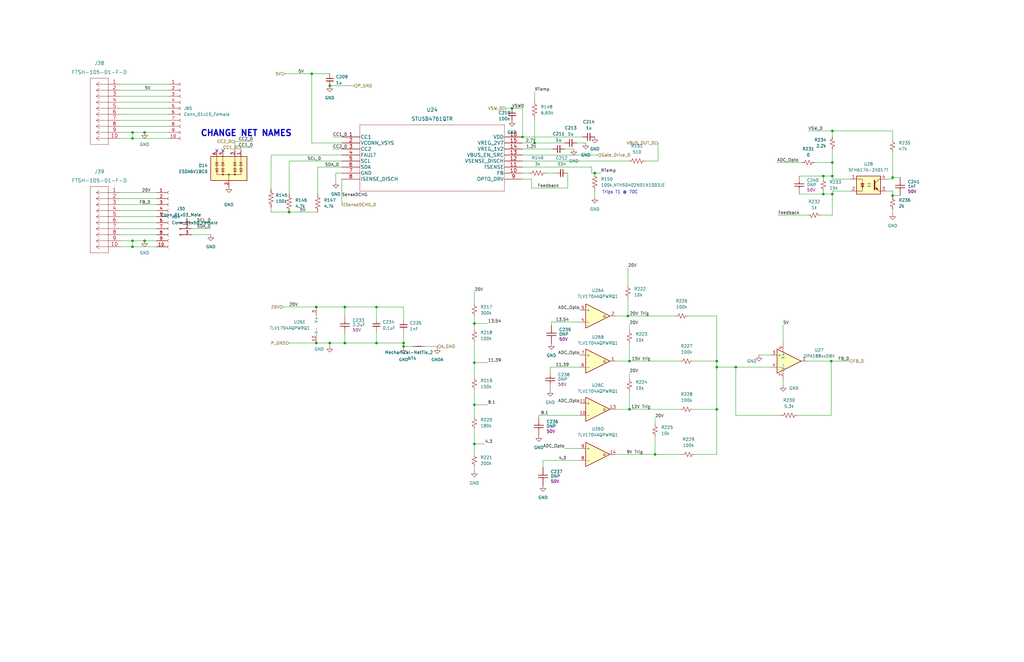
<source format=kicad_sch>
(kicad_sch (version 20230121) (generator eeschema)
  (paper "B")
  (lib_symbols
    (symbol "Amplifier_Operational:OPA188xxDBV" (pin_names (offset 0.127))
      (property "Reference" "U" (at 0 5.08 0))
      (property "Value" "OPA188xxDBV" (at 0 -5.08 0))
      (symbol "OPA188xxDBV_0_1"
        (pin power_in line (at -2.54 -7.62 90) (length 3.81) (name "V-") (number "2"))
        (pin power_in line (at -2.54 7.62 270) (length 3.81) (name "V+") (number "5"))
      )
      (symbol "OPA188xxDBV_1_1"
        (pin output line (at 7.62 0 180) (length 2.54) (name "~") (number "1"))
        (pin input line (at -7.62 2.54 0) (length 2.54) (name "+") (number "3"))
        (pin input line (at -7.62 -2.54 0) (length 2.54) (name "-") (number "4"))
      )
    )
    (symbol "BCU_AltiumImport-altium-import:0_Cap"
      (property "Value" "0_Cap" (at 0 0 0))
      (symbol "0_Cap_1_0"
        (pin passive line (at 0 0 270) (length 2.54) (name "1") (number "1"))
        (pin passive line (at 0 -7.62 90) (length 2.54) (name "2") (number "2"))
      )
    )
    (symbol "Comparator:LM339" (pin_names (offset 0.127))
      (property "Reference" "U" (at 0 5.08 0))
      (property "Value" "LM339" (at 0 -5.08 0))
      (symbol "LM339_1_1"
        (pin open_collector line (at 7.62 0 180) (length 2.54) (name "~") (number "2"))
        (pin input line (at -7.62 -2.54 0) (length 2.54) (name "-") (number "4"))
        (pin input line (at -7.62 2.54 0) (length 2.54) (name "+") (number "5"))
      )
      (symbol "LM339_2_1"
        (pin open_collector line (at 7.62 0 180) (length 2.54) (name "~") (number "1"))
        (pin input line (at -7.62 -2.54 0) (length 2.54) (name "-") (number "6"))
        (pin input line (at -7.62 2.54 0) (length 2.54) (name "+") (number "7"))
      )
      (symbol "LM339_3_1"
        (pin input line (at -7.62 -2.54 0) (length 2.54) (name "-") (number "10"))
        (pin input line (at -7.62 2.54 0) (length 2.54) (name "+") (number "11"))
        (pin open_collector line (at 7.62 0 180) (length 2.54) (name "~") (number "13"))
      )
      (symbol "LM339_4_1"
        (pin open_collector line (at 7.62 0 180) (length 2.54) (name "~") (number "14"))
        (pin input line (at -7.62 -2.54 0) (length 2.54) (name "-") (number "8"))
        (pin input line (at -7.62 2.54 0) (length 2.54) (name "+") (number "9"))
      )
      (symbol "LM339_5_1"
        (pin power_in line (at -2.54 -7.62 90) (length 3.81) (name "V-") (number "12"))
        (pin power_in line (at -2.54 7.62 270) (length 3.81) (name "V+") (number "3"))
      )
    )
    (symbol "Connector:Conn_01x03_Male" (pin_names (offset 1.016) hide)
      (property "Reference" "J" (at 0 5.08 0))
      (property "Value" "Conn_01x03_Male" (at 0 -5.08 0))
      (symbol "Conn_01x03_Male_1_1"
        (pin passive line (at 5.08 2.54 180) (length 3.81) (name "Pin_1") (number "1"))
        (pin passive line (at 5.08 0 180) (length 3.81) (name "Pin_2") (number "2"))
        (pin passive line (at 5.08 -2.54 180) (length 3.81) (name "Pin_3") (number "3"))
      )
    )
    (symbol "Connector:Conn_01x10_Female" (pin_names (offset 1.016) hide)
      (property "Reference" "J" (at 0 12.7 0))
      (property "Value" "Conn_01x10_Female" (at 0 -15.24 0))
      (symbol "Conn_01x10_Female_1_1"
        (pin passive line (at -5.08 10.16 0) (length 3.81) (name "Pin_1") (number "1"))
        (pin passive line (at -5.08 -12.7 0) (length 3.81) (name "Pin_10") (number "10"))
        (pin passive line (at -5.08 7.62 0) (length 3.81) (name "Pin_2") (number "2"))
        (pin passive line (at -5.08 5.08 0) (length 3.81) (name "Pin_3") (number "3"))
        (pin passive line (at -5.08 2.54 0) (length 3.81) (name "Pin_4") (number "4"))
        (pin passive line (at -5.08 0 0) (length 3.81) (name "Pin_5") (number "5"))
        (pin passive line (at -5.08 -2.54 0) (length 3.81) (name "Pin_6") (number "6"))
        (pin passive line (at -5.08 -5.08 0) (length 3.81) (name "Pin_7") (number "7"))
        (pin passive line (at -5.08 -7.62 0) (length 3.81) (name "Pin_8") (number "8"))
        (pin passive line (at -5.08 -10.16 0) (length 3.81) (name "Pin_9") (number "9"))
      )
    )
    (symbol "Connector:FTSH-105-01-F-D" (pin_names (offset 0.254) hide)
      (property "Reference" "J?" (at 8.89 6.35 0))
      (property "Value" "FTSH-105-01-F-D" (at 26.67 -6.35 0))
      (symbol "FTSH-105-01-F-D_1_1"
        (pin unspecified line (at 0 0 0) (length 5.08) (name "1") (number "1"))
        (pin unspecified line (at 0 -22.86 0) (length 5.08) (name "10") (number "10"))
        (pin unspecified line (at 0 -2.54 0) (length 5.08) (name "2") (number "2"))
        (pin unspecified line (at 0 -5.08 0) (length 5.08) (name "3") (number "3"))
        (pin unspecified line (at 0 -7.62 0) (length 5.08) (name "4") (number "4"))
        (pin unspecified line (at 0 -10.16 0) (length 5.08) (name "5") (number "5"))
        (pin unspecified line (at 0 -12.7 0) (length 5.08) (name "6") (number "6"))
        (pin unspecified line (at 0 -15.24 0) (length 5.08) (name "7") (number "7"))
        (pin unspecified line (at 0 -17.78 0) (length 5.08) (name "8") (number "8"))
        (pin unspecified line (at 0 -20.32 0) (length 5.08) (name "9") (number "9"))
      )
    )
    (symbol "Device:C_Small" (pin_numbers hide) (pin_names (offset 0.254) hide)
      (property "Reference" "C" (at 0.254 1.778 0))
      (property "Value" "C_Small" (at 0.254 -2.032 0))
      (symbol "C_Small_1_1"
        (pin passive line (at 0 2.54 270) (length 2.032) (name "~") (number "1"))
        (pin passive line (at 0 -2.54 90) (length 2.032) (name "~") (number "2"))
      )
    )
    (symbol "Device:NetTie_2" (pin_numbers hide) (pin_names (offset 0) hide)
      (property "Reference" "NT" (at 0 1.27 0))
      (property "Value" "NetTie_2" (at 0 -1.27 0))
      (symbol "NetTie_2_1_1"
        (pin passive line (at -2.54 0 0) (length 2.54) (name "1") (number "1"))
        (pin passive line (at 2.54 0 180) (length 2.54) (name "2") (number "2"))
      )
    )
    (symbol "Device:R_Small_US" (pin_numbers hide) (pin_names (offset 0.254) hide)
      (property "Reference" "R" (at 0.762 0.508 0))
      (property "Value" "R_Small_US" (at 0.762 -1.016 0))
      (symbol "R_Small_US_1_1"
        (pin passive line (at 0 2.54 270) (length 1.016) (name "~") (number "1"))
        (pin passive line (at 0 -2.54 90) (length 1.016) (name "~") (number "2"))
      )
    )
    (symbol "Device:R_US" (pin_numbers hide) (pin_names (offset 0))
      (property "Reference" "R" (at 2.54 0 90))
      (property "Value" "R_US" (at -2.54 0 90))
      (symbol "R_US_1_1"
        (pin passive line (at 0 3.81 270) (length 1.27) (name "~") (number "1"))
        (pin passive line (at 0 -3.81 90) (length 1.27) (name "~") (number "2"))
      )
    )
    (symbol "Interface_USB:STUSB4761QTR" (pin_names (offset 0.254))
      (property "Reference" "U" (at 38.1 10.16 0))
      (property "Value" "STUSB4761QTR" (at 38.1 7.62 0))
      (symbol "STUSB4761QTR_1_1"
        (pin bidirectional line (at 0 0 0) (length 7.62) (name "CC1") (number "1"))
        (pin unspecified line (at 76.2 -15.24 180) (length 7.62) (name "FB") (number "10"))
        (pin unspecified line (at 76.2 -12.7 180) (length 7.62) (name "TSENSE") (number "11"))
        (pin unspecified line (at 76.2 -10.16 180) (length 7.62) (name "VSENSE_DISCH") (number "12"))
        (pin unspecified line (at 76.2 -7.62 180) (length 7.62) (name "VBUS_EN_SRC") (number "13"))
        (pin bidirectional line (at 76.2 -5.08 180) (length 7.62) (name "VREG_1V2") (number "14"))
        (pin bidirectional line (at 76.2 -2.54 180) (length 7.62) (name "VREG_2V7") (number "15"))
        (pin power_in line (at 76.2 0 180) (length 7.62) (name "VDD") (number "16"))
        (pin unspecified line (at 0 -2.54 0) (length 7.62) (name "VCONN_VSYS") (number "2"))
        (pin bidirectional line (at 0 -5.08 0) (length 7.62) (name "CC2") (number "3"))
        (pin unspecified line (at 0 -7.62 0) (length 7.62) (name "FAULT") (number "4"))
        (pin unspecified line (at 0 -10.16 0) (length 7.62) (name "SCL") (number "5"))
        (pin unspecified line (at 0 -12.7 0) (length 7.62) (name "SDA") (number "6"))
        (pin power_in line (at 0 -15.24 0) (length 7.62) (name "GND") (number "7"))
        (pin unspecified line (at 0 -17.78 0) (length 7.62) (name "ISENSE_DISCH") (number "8"))
        (pin unspecified line (at 76.2 -17.78 180) (length 7.62) (name "OPTO_DRV") (number "9"))
      )
    )
    (symbol "Isolator:SFH617A-2X017T" (pin_names (offset 1.016))
      (property "Reference" "U" (at -5.08 6.35 0))
      (property "Value" "SFH617A-2X017T" (at -5.08 -6.35 0))
      (symbol "SFH617A-2X017T_1_1"
        (pin passive line (at -7.62 2.54 0) (length 2.54) (name "~") (number "1"))
        (pin passive line (at -7.62 -2.54 0) (length 2.54) (name "~") (number "2"))
        (pin passive line (at 7.62 -2.54 180) (length 2.54) (name "~") (number "3"))
        (pin passive line (at 7.62 2.54 180) (length 2.54) (name "~") (number "4"))
      )
    )
    (symbol "Power_Protection:ESDA6V1BC6" (pin_names hide)
      (property "Reference" "D" (at -2.54 -6.35 0))
      (property "Value" "ESDA6V1BC6" (at 1.27 -6.35 0))
      (symbol "ESDA6V1BC6_0_0"
        (pin passive line (at 0 -7.62 90) (length 2.54) (name "COM") (number "2"))
      )
      (symbol "ESDA6V1BC6_1_1"
        (pin passive line (at -5.08 7.62 270) (length 2.54) (name "TVS1") (number "1"))
        (pin passive line (at -2.54 7.62 270) (length 2.54) (name "TVS2") (number "3"))
        (pin passive line (at 2.54 7.62 270) (length 2.54) (name "TVS3") (number "4"))
        (pin passive line (at 0 -7.62 90) (length 2.54) hide (name "COM") (number "5"))
        (pin passive line (at 5.08 7.62 270) (length 2.54) (name "TVS4") (number "6"))
      )
    )
    (symbol "power:GND" (power) (pin_names (offset 0))
      (property "Value" "GND" (at 0 -3.81 0))
      (symbol "GND_1_1"
        (pin power_in line (at 0 0 270) (length 0) hide (name "GND") (number "1"))
      )
    )
    (symbol "power:GNDA" (power) (pin_names (offset 0))
      (property "Value" "GNDA" (at 0 -3.81 0))
      (symbol "GNDA_1_1"
        (pin power_in line (at 0 0 270) (length 0) hide (name "GNDA") (number "1"))
      )
    )
  )
  (junction (at 376.3924 82.5387))
  (junction (at 55.88 104.14))
  (junction (at 55.88 55.88))
  (junction (at 264.795 133.35))
  (junction (at 55.88 58.42))
  (junction (at 139.065 144.78))
  (junction (at 60.96 55.88))
  (junction (at 131.445 31.115))
  (junction (at 250.825 73.025))
  (junction (at 170.18 144.78))
  (junction (at 170.18 146.1653))
  (junction (at 133.35 129.54))
  (junction (at 215.9 45.72))
  (junction (at 60.96 101.6))
  (junction (at 350.9924 81.9037))
  (junction (at 145.415 144.78))
  (junction (at 139.065 36.195))
  (junction (at 302.26 152.4))
  (junction (at 310.2916 154.94))
  (junction (at 350.52 152.4))
  (junction (at 265.43 152.4))
  (junction (at 200.025 187.325))
  (junction (at 347.1824 74.2837))
  (junction (at 158.75 144.78))
  (junction (at 145.415 129.54))
  (junction (at 265.43 172.72))
  (junction (at 350.9924 68.5687))
  (junction (at 347.1824 81.9037))
  (junction (at 302.26 154.94))
  (junction (at 225.425 60.325))
  (junction (at 376.3924 74.9187))
  (junction (at 133.35 144.78))
  (junction (at 220.345 57.785))
  (junction (at 350.9924 74.2837))
  (junction (at 276.225 191.77))
  (junction (at 200.025 153.035))
  (junction (at 200.025 136.525))
  (junction (at 55.88 101.6))
  (junction (at 350.9924 55.2337))
  (junction (at 121.92 89.535))
  (junction (at 302.26 172.72))
  (junction (at 158.75 129.6083))
  (junction (at 200.025 170.815))
  (no_connect (at 93.98 63.5))
  (no_connect (at 91.44 63.5))
  (wire (pts (xy 259.715 133.35) (xy 264.795 133.35)))
  (wire (pts (xy 200.025 196.85) (xy 200.025 198.755)))
  (wire (pts (xy 330.2 137.16) (xy 330.2 144.78)))
  (wire (pts (xy 327.66 68.58) (xy 338.2924 68.5687)))
  (wire (pts (xy 200.025 180.975) (xy 200.025 187.325)))
  (wire (pts (xy 249.555 73.025) (xy 250.825 73.025)))
  (wire (pts (xy 149.225 36.195) (xy 139.065 36.195)))
  (wire (pts (xy 144.145 60.325) (xy 131.445 60.325)))
  (wire (pts (xy 220.345 70.485) (xy 249.555 70.485)))
  (wire (pts (xy 121.92 89.535) (xy 133.985 89.535)))
  (wire (pts (xy 200.025 187.325) (xy 204.47 187.325)))
  (wire (pts (xy 55.88 104.14) (xy 55.88 101.6)))
  (wire (pts (xy 302.26 154.94) (xy 302.26 172.72)))
  (wire (pts (xy 234.315 73.025) (xy 230.505 73.025)))
  (wire (pts (xy 232.537 135.89) (xy 244.475 135.89)))
  (wire (pts (xy 350.52 152.4) (xy 358.14 152.4)))
  (wire (pts (xy 228.0849 175.2584) (xy 244.475 175.26)))
  (wire (pts (xy 233.045 62.865) (xy 220.345 62.865)))
  (wire (pts (xy 133.985 70.485) (xy 144.145 70.485)))
  (wire (pts (xy 350.9924 55.2337) (xy 376.3924 55.2337)))
  (wire (pts (xy 200.025 164.465) (xy 200.025 170.815)))
  (wire (pts (xy 145.415 140.97) (xy 145.415 144.78)))
  (wire (pts (xy 133.35 129.54) (xy 145.415 129.54)))
  (wire (pts (xy 140.335 57.785) (xy 144.145 57.785)))
  (wire (pts (xy 145.415 129.54) (xy 145.415 133.35)))
  (wire (pts (xy 265.43 144.78) (xy 265.43 152.4)))
  (wire (pts (xy 145.415 144.78) (xy 158.75 144.78)))
  (wire (pts (xy 350.9924 55.2337) (xy 350.9924 57.7737)))
  (wire (pts (xy 272.415 67.945) (xy 277.495 67.945)))
  (wire (pts (xy 224.155 75.565) (xy 220.345 75.565)))
  (wire (pts (xy 88.9 96.52) (xy 80.772 96.52)))
  (wire (pts (xy 265.43 137.16) (xy 265.43 139.7)))
  (wire (pts (xy 119.38 129.54) (xy 133.35 129.54)))
  (wire (pts (xy 247.015 60.325) (xy 243.205 60.325)))
  (wire (pts (xy 239.395 73.025) (xy 239.395 79.375)))
  (wire (pts (xy 200.025 144.145) (xy 200.025 153.035)))
  (wire (pts (xy 71.12 48.26) (xy 50.8 48.26)))
  (wire (pts (xy 220.345 45.72) (xy 220.345 57.785)))
  (wire (pts (xy 71.12 40.64) (xy 50.8 40.64)))
  (wire (pts (xy 250.825 83.185) (xy 250.825 80.645)))
  (wire (pts (xy 145.415 129.54) (xy 158.75 129.54)))
  (wire (pts (xy 131.445 60.325) (xy 131.445 31.115)))
  (wire (pts (xy 50.8 55.88) (xy 55.88 55.88)))
  (wire (pts (xy 200.025 133.35) (xy 200.025 136.525)))
  (wire (pts (xy 287.7876 191.7563) (xy 276.225 191.7941)))
  (wire (pts (xy 343.3724 68.5687) (xy 350.9924 68.5687)))
  (wire (pts (xy 139.065 146.05) (xy 139.065 144.78)))
  (wire (pts (xy 225.425 50.165) (xy 225.425 60.325)))
  (wire (pts (xy 66.04 93.98) (xy 50.8 93.98)))
  (wire (pts (xy 350.9924 68.5687) (xy 350.9924 74.2837)))
  (wire (pts (xy 376.3924 82.5387) (xy 379.5674 82.5387)))
  (wire (pts (xy 227.203 175.2584) (xy 228.0849 175.2584)))
  (wire (pts (xy 114.3 67.945) (xy 114.2866 79.868)))
  (wire (pts (xy 133.985 70.485) (xy 133.985 81.915)))
  (wire (pts (xy 232.029 156.337) (xy 232.029 154.94)))
  (wire (pts (xy 265.43 152.4) (xy 287.02 152.4)))
  (wire (pts (xy 66.04 104.14) (xy 55.88 104.14)))
  (wire (pts (xy 225.425 38.735) (xy 225.425 42.545)))
  (wire (pts (xy 71.12 58.42) (xy 55.88 58.42)))
  (wire (pts (xy 350.9924 80.6337) (xy 358.6124 80.6337)))
  (wire (pts (xy 350.52 175.26) (xy 350.52 152.4)))
  (wire (pts (xy 347.1824 81.9037) (xy 347.1824 80.6337)))
  (wire (pts (xy 170.688 146.1653) (xy 170.18 146.1653)))
  (wire (pts (xy 71.12 50.8) (xy 50.8 50.8)))
  (wire (pts (xy 55.88 58.42) (xy 55.88 55.88)))
  (wire (pts (xy 224.155 79.375) (xy 224.155 75.565)))
  (wire (pts (xy 200.025 187.325) (xy 200.025 191.77)))
  (wire (pts (xy 276.225 176.53) (xy 276.225 179.07)))
  (wire (pts (xy 238.125 60.325) (xy 225.425 60.325)))
  (wire (pts (xy 264.795 113.03) (xy 264.795 120.65)))
  (wire (pts (xy 66.04 96.52) (xy 50.8 96.52)))
  (wire (pts (xy 347.1824 81.9037) (xy 350.9924 81.9037)))
  (wire (pts (xy 139.065 31.115) (xy 131.445 31.115)))
  (wire (pts (xy 328.1324 90.7937) (xy 340.8324 90.7937)))
  (wire (pts (xy 259.715 152.4) (xy 265.43 152.4)))
  (wire (pts (xy 232.029 154.94) (xy 244.475 154.94)))
  (wire (pts (xy 114.2866 89.535) (xy 121.92 89.535)))
  (wire (pts (xy 345.9124 90.7937) (xy 350.9924 90.7937)))
  (wire (pts (xy 99.06 63.5) (xy 99.06 59.69)))
  (wire (pts (xy 350.9924 74.2837) (xy 350.9924 75.5537)))
  (wire (pts (xy 310.2916 154.94) (xy 325.12 154.94)))
  (wire (pts (xy 276.225 191.7941) (xy 276.225 191.77)))
  (wire (pts (xy 139.065 144.78) (xy 145.415 144.78)))
  (wire (pts (xy 50.8 86.36) (xy 66.04 86.36)))
  (wire (pts (xy 60.96 55.88) (xy 55.88 55.88)))
  (wire (pts (xy 66.04 88.9) (xy 50.8 88.9)))
  (wire (pts (xy 170.18 129.6083) (xy 158.75 129.6083)))
  (wire (pts (xy 170.18 144.78) (xy 170.18 146.1653)))
  (wire (pts (xy 71.12 43.18) (xy 50.8 43.18)))
  (wire (pts (xy 302.26 191.7941) (xy 292.8676 191.7563)))
  (wire (pts (xy 302.26 154.94) (xy 310.2916 154.94)))
  (wire (pts (xy 350.9924 81.9037) (xy 350.9924 80.6337)))
  (wire (pts (xy 239.395 79.375) (xy 224.155 79.375)))
  (wire (pts (xy 376.3924 80.6337) (xy 376.3924 82.5387)))
  (wire (pts (xy 337.0224 81.9037) (xy 347.1824 81.9037)))
  (wire (pts (xy 66.04 91.44) (xy 50.8 91.44)))
  (wire (pts (xy 249.555 70.485) (xy 249.555 73.025)))
  (wire (pts (xy 184.404 146.177) (xy 184.404 146.685)))
  (wire (pts (xy 350.9924 75.5537) (xy 358.6124 75.5537)))
  (wire (pts (xy 376.3924 88.2537) (xy 376.3924 90.1587)))
  (wire (pts (xy 170.688 146.177) (xy 170.688 146.1653)))
  (wire (pts (xy 376.3924 75.5537) (xy 373.8524 75.5537)))
  (wire (pts (xy 228.981 197.231) (xy 228.981 194.31)))
  (wire (pts (xy 350.9924 74.2837) (xy 347.1824 74.2837)))
  (wire (pts (xy 373.8524 80.6337) (xy 376.3924 80.6337)))
  (wire (pts (xy 376.3924 82.5387) (xy 376.3924 83.1737)))
  (wire (pts (xy 302.26 172.72) (xy 302.26 191.7941)))
  (wire (pts (xy 71.12 45.72) (xy 50.8 45.72)))
  (wire (pts (xy 330.2 162.56) (xy 330.2 160.02)))
  (wire (pts (xy 50.8 101.6) (xy 55.88 101.6)))
  (wire (pts (xy 245.745 57.785) (xy 220.345 57.785)))
  (wire (pts (xy 232.537 137.287) (xy 232.537 135.89)))
  (wire (pts (xy 55.88 101.6) (xy 60.96 101.6)))
  (wire (pts (xy 144.145 65.405) (xy 114.3 65.405)))
  (wire (pts (xy 241.935 62.865) (xy 238.125 62.865)))
  (wire (pts (xy 227.203 176.149) (xy 227.203 175.2584)))
  (wire (pts (xy 50.8 104.14) (xy 55.88 104.14)))
  (wire (pts (xy 170.18 144.78) (xy 158.75 144.78)))
  (wire (pts (xy 101.6 63.5) (xy 101.6 62.23)))
  (wire (pts (xy 170.18 135.001) (xy 170.18 129.6083)))
  (wire (pts (xy 200.025 136.525) (xy 205.74 136.525)))
  (wire (pts (xy 265.43 172.72) (xy 287.02 172.72)))
  (wire (pts (xy 376.3924 74.9187) (xy 376.3924 75.5537)))
  (wire (pts (xy 66.04 83.82) (xy 50.8 83.82)))
  (wire (pts (xy 158.75 129.6083) (xy 158.75 129.54)))
  (wire (pts (xy 264.795 125.73) (xy 264.795 133.35)))
  (wire (pts (xy 179.07 146.177) (xy 184.404 146.177)))
  (wire (pts (xy 66.04 101.6) (xy 60.96 101.6)))
  (wire (pts (xy 133.35 144.78) (xy 139.065 144.78)))
  (wire (pts (xy 347.1824 74.2837) (xy 347.1824 75.5537)))
  (wire (pts (xy 302.26 154.94) (xy 302.26 152.4)))
  (wire (pts (xy 144.145 67.945) (xy 121.92 67.945)))
  (wire (pts (xy 213.36 45.72) (xy 215.9 45.72)))
  (wire (pts (xy 289.9792 133.3378) (xy 302.26 133.35)))
  (wire (pts (xy 259.715 191.77) (xy 276.225 191.77)))
  (wire (pts (xy 66.04 99.06) (xy 50.8 99.06)))
  (wire (pts (xy 284.8992 133.3378) (xy 264.795 133.35)))
  (wire (pts (xy 336.55 175.26) (xy 350.52 175.26)))
  (wire (pts (xy 144.145 75.565) (xy 144.145 86.36)))
  (wire (pts (xy 302.26 172.72) (xy 292.1 172.72)))
  (wire (pts (xy 141.605 73.025) (xy 141.605 76.835)))
  (wire (pts (xy 88.9 99.06) (xy 80.772 99.06)))
  (wire (pts (xy 50.8 58.42) (xy 55.88 58.42)))
  (wire (pts (xy 114.2866 87.488) (xy 114.2866 89.535)))
  (wire (pts (xy 222.885 73.025) (xy 220.345 73.025)))
  (wire (pts (xy 170.18 140.081) (xy 170.18 144.78)))
  (wire (pts (xy 50.8 81.28) (xy 66.04 81.28)))
  (wire (pts (xy 200.025 170.815) (xy 200.025 175.895)))
  (wire (pts (xy 376.3924 55.2337) (xy 376.3924 59.0437)))
  (wire (pts (xy 144.145 73.025) (xy 141.605 73.025)))
  (wire (pts (xy 131.445 31.115) (xy 120.015 31.115)))
  (wire (pts (xy 200.025 123.19) (xy 200.025 128.27)))
  (wire (pts (xy 337.0224 74.2837) (xy 347.1824 74.2837)))
  (wire (pts (xy 106.68 59.69) (xy 99.06 59.69)))
  (wire (pts (xy 121.92 144.78) (xy 133.35 144.78)))
  (wire (pts (xy 106.68 62.23) (xy 101.6 62.23)))
  (wire (pts (xy 252.095 65.405) (xy 220.345 65.405)))
  (wire (pts (xy 200.025 170.815) (xy 205.74 170.815)))
  (wire (pts (xy 302.26 133.35) (xy 302.26 152.4)))
  (wire (pts (xy 225.425 60.325) (xy 220.345 60.325)))
  (wire (pts (xy 320.04 149.86) (xy 325.12 149.86)))
  (wire (pts (xy 376.3924 64.1237) (xy 376.3924 74.9187)))
  (wire (pts (xy 328.93 175.26) (xy 310.2916 175.26)))
  (wire (pts (xy 158.75 134.62) (xy 158.75 129.6083)))
  (wire (pts (xy 173.99 146.177) (xy 170.688 146.177)))
  (wire (pts (xy 250.825 73.025) (xy 253.365 73.025)))
  (wire (pts (xy 238.125 189.23) (xy 244.475 189.23)))
  (wire (pts (xy 170.18 146.1653) (xy 170.18 146.685)))
  (wire (pts (xy 158.75 139.7) (xy 158.75 144.78)))
  (wire (pts (xy 200.025 136.525) (xy 200.025 139.065)))
  (wire (pts (xy 140.335 62.865) (xy 144.145 62.865)))
  (wire (pts (xy 88.9 93.98) (xy 80.772 93.98)))
  (wire (pts (xy 71.12 53.34) (xy 50.8 53.34)))
  (wire (pts (xy 259.715 172.72) (xy 265.43 172.72)))
  (wire (pts (xy 265.43 165.1) (xy 265.43 172.72)))
  (wire (pts (xy 350.9924 81.9037) (xy 350.9924 90.7937)))
  (wire (pts (xy 265.43 157.48) (xy 265.43 160.02)))
  (wire (pts (xy 121.92 67.945) (xy 121.92 81.915)))
  (wire (pts (xy 350.52 152.4) (xy 340.36 152.4)))
  (wire (pts (xy 228.981 194.31) (xy 244.475 194.31)))
  (wire (pts (xy 215.9 45.72) (xy 220.345 45.72)))
  (wire (pts (xy 292.1 152.4) (xy 302.26 152.4)))
  (wire (pts (xy 264.795 67.945) (xy 220.345 67.945)))
  (wire (pts (xy 276.225 184.15) (xy 276.225 191.77)))
  (wire (pts (xy 50.8 38.1) (xy 71.12 38.1)))
  (wire (pts (xy 71.12 35.56) (xy 50.8 35.56)))
  (wire (pts (xy 200.025 153.035) (xy 200.025 159.385)))
  (wire (pts (xy 277.495 60.325) (xy 277.495 67.945)))
  (wire (pts (xy 340.8324 55.2337) (xy 350.9924 55.2337)))
  (wire (pts (xy 114.3 65.405) (xy 114.3 67.945)))
  (wire (pts (xy 350.9924 62.8537) (xy 350.9924 68.5687)))
  (wire (pts (xy 310.2916 154.94) (xy 310.2916 175.26)))
  (wire (pts (xy 200.025 153.035) (xy 205.74 153.035)))
  (wire (pts (xy 232.029 164.719) (xy 232.029 163.957)))
  (wire (pts (xy 376.3924 74.9187) (xy 379.5674 74.9187)))
  (wire (pts (xy 71.12 55.88) (xy 60.96 55.88)))
  (text "Trips T1 @ 70C" (at 253.873 81.915 0) (effects (font (size 1.27 1.27)) (justify left bottom)))
  (text "CHANGE NET NAMES" (at 84.455 57.785 0) (effects (font (size 2.54 2.54) (thickness 0.508) bold) (justify left bottom)))
  (label "SCL_0" (at 88.9 93.98 180))
  (label "5V" (at 126.365 89.535 0))
  (label "20V" (at 264.795 113.03 0))
  (label "CC2_0" (at 140.335 62.865 0))
  (label "FB_0" (at 358.14 152.4 180))
  (label "ADC_Opto" (at 244.475 149.86 180))
  (label "2.7V" (at 221.615 60.325 0))
  (label "RTemp" (at 253.365 73.025 0))
  (label "VSW_0" (at 340.8324 55.2337 0))
  (label "11.39" (at 234.315 154.94 0))
  (label "FB_0" (at 63.5 86.36 180))
  (label "CC2_0" (at 106.68 59.69 180))
  (label "SenseDCHG" (at 144.145 83.185 0))
  (label "13.54" (at 234.315 135.89 0))
  (label "5V" (at 63.5 38.1 180))
  (label "ADC_Opto" (at 244.475 130.81 180))
  (label "20V" (at 200.025 123.19 0))
  (label "SDA_0" (at 88.9 96.52 180))
  (label "4.3" (at 204.47 187.325 0))
  (label "20V" (at 265.43 137.16 0))
  (label "ADC_Opto" (at 327.66 68.58 0))
  (label "5V" (at 330.2 137.16 0))
  (label "20V" (at 63.5 81.28 180))
  (label "15V trig" (at 274.32 152.4 180))
  (label "CC1_0" (at 106.68 62.23 180))
  (label "13.54" (at 205.74 136.525 0))
  (label "11.39" (at 205.74 153.035 0))
  (label "12V Trig" (at 274.32 172.72 180))
  (label "20V" (at 265.43 157.48 0))
  (label "RTemp" (at 225.425 38.735 0))
  (label "8.1" (at 228.0849 175.2584 0))
  (label "20V" (at 276.225 176.53 0))
  (label "CC1_0" (at 140.335 57.785 0))
  (label "20V" (at 121.92 129.54 0))
  (label "5V" (at 125.73 31.115 0))
  (label "ADC_Opto" (at 238.125 189.23 180))
  (label "4.3" (at 235.585 194.31 0))
  (label "SCL_0" (at 129.573 67.945 0))
  (label "8.1" (at 205.74 170.815 0))
  (label "VSW0" (at 215.9 45.72 0))
  (label "Feedback" (at 226.695 79.375 0))
  (label "Feedback" (at 328.1324 90.7937 0))
  (label "SDA_0" (at 137.033 70.485 0))
  (label "ADC_Opto" (at 244.475 170.18 180))
  (label "20V Trig" (at 273.685 133.3446 180))
  (label "9V Trig" (at 264.16 191.77 0))
  (label "1.2V" (at 221.869 62.865 0))
  (hierarchical_label "20V" (shape input) (at 119.38 129.54 180))
  (hierarchical_label "Gate_Drive_0" (shape input) (at 252.095 65.405 0))
  (hierarchical_label "P_GND" (shape input) (at 121.92 144.78 180))
  (hierarchical_label "FB_0" (shape input) (at 358.14 152.4 0))
  (hierarchical_label "A_GND" (shape input) (at 184.404 146.177 0))
  (hierarchical_label "VBUS_OUT_0" (shape input) (at 277.495 60.325 180))
  (hierarchical_label "VSW_0" (shape input) (at 213.36 45.72 180))
  (hierarchical_label "CC2_0" (shape input) (at 99.06 59.69 180))
  (hierarchical_label "CC1_0" (shape input) (at 101.6 62.23 180))
  (hierarchical_label "5V" (shape input) (at 120.015 31.115 180))
  (hierarchical_label "P_GND" (shape input) (at 149.225 36.195 0))
  (hierarchical_label "SenseDCHG_0" (shape input) (at 144.145 86.36 0))
  (symbol (lib_id "power:GND") (at 227.203 183.769 0) (mirror y) (unit 1)
    (property "Reference" "#PWR0317" (effects hide))
    (property "Value" "GND" (at 227.203 188.849 0))
  )
  (symbol (lib_id "Device:R_Small_US") (at 264.795 123.19 0) (unit 1)
    (property "Reference" "R222" (at 267.335 121.9199 0) (effects (justify left)))
    (property "Value" "10k" (at 267.335 124.4599 0) (effects (justify left)))
    (property "Footprint" "Resistor_SMD:R_0402_1005Metric" (effects hide))
    (property "MANUFACTURER" "YAGEO" (effects hide))
    (property "MANUFACTURER PARTNO" "RC0402FR-0710KL" (effects hide))
    (property "Part Name" "RT0402DRE0710KL" (effects hide))
  )
  (symbol (lib_id "power:GNDA") (at 184.404 146.685 0) (mirror y) (unit 1)
    (property "Reference" "#PWR0313" (effects hide))
    (property "Value" "GNDA" (at 184.404 151.765 0))
  )
  (symbol (lib_id "power:GND") (at 320.04 149.86 0) (mirror y) (unit 1)
    (property "Reference" "#PWR0321" (effects hide))
    (property "Value" "GND" (at 314.96 152.4 0) (effects (justify right)))
  )
  (symbol (lib_id "Device:R_US") (at 121.92 85.725 0) (unit 1)
    (property "Reference" "R146" (at 124.46 84.4549 0) (effects (justify left)))
    (property "Value" "4.7k" (at 124.46 86.9949 0) (effects (justify left)))
    (property "Footprint" "Resistor_SMD:R_0402_1005Metric" (effects hide))
  )
  (symbol (lib_id "Comparator:LM339") (at 252.095 133.35 0) (unit 1)
    (property "Reference" "U26" (at 252.095 122.555 0))
    (property "Value" "TLV1704AQPWRQ1" (at 252.095 125.095 0))
    (property "Footprint" "Package_SO:TSSOP-14_TLV1704AQPWRQ1" (effects hide))
    (property "Datasheet" "https://www.st.com/resource/en/datasheet/lm139.pdf" (effects hide))
    (property "MANUFACTURER" "DNP" (effects hide))
    (property "MANUFACTURER PARTNO" "DNP" (effects hide))
    (property "MFG" "Texas Instruments" (effects hide))
    (property "Part Name" "TLV1704AQPWRQ1" (effects hide))
  )
  (symbol (lib_id "power:GND") (at 232.029 164.719 0) (mirror y) (unit 1)
    (property "Reference" "#PWR0312" (effects hide))
    (property "Value" "GND" (at 232.029 169.799 0))
  )
  (symbol (lib_id "Device:C_Small") (at 170.18 137.541 0) (mirror y) (unit 1)
    (property "Reference" "C235" (at 172.72 136.2772 0) (effects (justify right)))
    (property "Value" "1nF" (at 172.72 138.8172 0) (effects (justify right)))
    (property "Footprint" "Capacitor_SMD:C_0402_1005Metric" (effects hide))
    (property "MFG" "Murata Electronics" (effects hide))
    (property "Part Name" "GCM1555C1H102GA16J" (effects hide))
  )
  (symbol (lib_id "Connector:Conn_01x03_Male") (at 75.692 96.52 0) (unit 1)
    (property "Reference" "J30" (at 76.327 88.138 0))
    (property "Value" "Conn_01x03_Male" (at 76.327 90.678 0))
    (property "Footprint" "Connector_JST:JST_GH_BM03B-GHS-TBT_1x03-1MP_P1.25mm_Vertical" (effects hide))
  )
  (symbol (lib_id "power:GND") (at 247.015 60.325 0) (unit 1)
    (property "Reference" "#PWR0241" (effects hide))
    (property "Value" "GND" (at 247.015 65.405 0))
  )
  (symbol (lib_id "Power_Protection:ESDA6V1BC6") (at 96.52 71.12 0) (mirror y) (unit 1)
    (property "Reference" "D14" (at 87.63 69.8499 0) (effects (justify left)))
    (property "Value" "ESDA6V1BC6" (at 87.63 72.3899 0) (effects (justify left)))
    (property "Footprint" "Package_TO_SOT_SMD:SOT-23-6" (effects hide))
    (property "Datasheet" "http://www.st.com/content/ccc/resource/technical/document/datasheet/21/07/21/e3/a8/df/42/a2/CD00001906.pdf/files/CD00001906.pdf/jcr:content/translations/en.CD00001906.pdf" (effects hide))
  )
  (symbol (lib_id "Device:C_Small") (at 236.855 73.025 270) (unit 1)
    (property "Reference" "C212" (at 236.8486 66.675 90))
    (property "Value" "33n" (at 236.8486 69.215 90))
    (property "Footprint" "Capacitor_SMD:C_0402_1005Metric" (effects hide))
  )
  (symbol (lib_id "power:GND") (at 250.825 57.785 0) (unit 1)
    (property "Reference" "#PWR0242" (effects hide))
    (property "Value" "GND" (at 250.825 62.865 0))
  )
  (symbol (lib_id "Device:R_Small_US") (at 376.3924 85.7137 0) (unit 1)
    (property "Reference" "R236" (at 378.9324 84.4436 0) (effects (justify left)))
    (property "Value" "2k" (at 378.9324 86.9836 0) (effects (justify left)))
    (property "Footprint" "Resistor_SMD:R_0402_1005Metric" (effects hide))
    (property "MANUFACTURER" "YAGEO" (effects hide))
    (property "MANUFACTURER PARTNO" "RC0402JR-072KL" (effects hide))
    (property "Part Name" "RT0402DRE072KL" (effects hide))
  )
  (symbol (lib_id "Device:R_Small_US") (at 200.025 130.81 0) (unit 1)
    (property "Reference" "R217" (at 202.565 129.5399 0) (effects (justify left)))
    (property "Value" "300k" (at 202.565 132.0799 0) (effects (justify left)))
    (property "Footprint" "Resistor_SMD:R_0402_1005Metric" (effects hide))
    (property "MANUFACTURER" "YAGEO" (effects hide))
    (property "MANUFACTURER PARTNO" "RE0402FRE07300KL" (effects hide))
    (property "Part Name" "RE0402FRE07300KL" (effects hide))
  )
  (symbol (lib_id "Device:R_Small_US") (at 376.3924 61.5837 0) (unit 1)
    (property "Reference" "R235" (at 378.9324 60.3136 0) (effects (justify left)))
    (property "Value" "47k" (at 378.9324 62.8536 0) (effects (justify left)))
    (property "Footprint" "Resistor_SMD:R_0402_1005Metric" (effects hide))
    (property "MANUFACTURER" "YAGEO" (effects hide))
    (property "MANUFACTURER PARTNO" "RC0402JR-0710KL" (effects hide))
    (property "Part Name" "AT0402FRE0747KL" (effects hide))
  )
  (symbol (lib_id "BCU_AltiumImport-altium-import:0_Cap") (at 232.029 156.337 0) (unit 1)
    (property "Reference" "C238" (at 235.204 158.877 0) (effects (justify left bottom)))
    (property "Value" "DNP" (at 235.204 160.782 0) (effects (justify left bottom)))
    (property "Footprint" "Capacitor_SMD:C_0402_1005Metric" (effects hide))
    (property "MANUFACTURER PARTNO" "C2012JB1H155M125AB" (effects hide))
    (property "DIELECTRIC" "JB" (effects hide))
    (property "CAPACITANCE" "1.5uF" (effects hide))
    (property "VOLTAGE" "50V" (at 235.204 162.941 0) (effects (justify left bottom)))
    (property "IDENTIFIER" "1.5uF 50V +/-20% 0805" (effects hide))
    (property "MANUFACTURER" "TDK" (effects hide))
    (property "TOLERANCE" "+/-20%" (effects hide))
    (property "MOUNTING TECHNOLOGY" "SMT" (effects hide))
    (property "MFG" "Murata Electronics" (effects hide))
    (property "Part Name" "GRM1555CYA103GE01D" (effects hide))
  )
  (symbol (lib_id "Device:R_Small_US") (at 340.8324 68.5687 90) (unit 1)
    (property "Reference" "R231" (at 340.8324 62.8537 90))
    (property "Value" "0" (at 340.8324 65.3937 90))
    (property "Footprint" "Resistor_SMD:R_0402_1005Metric" (effects hide))
    (property "MANUFACTURER" "YAGEO" (effects hide))
    (property "Part Name" "RC0402JR-130RL" (effects hide))
  )
  (symbol (lib_id "Comparator:LM339") (at 135.89 137.16 0) (unit 5)
    (property "Reference" "U26" (at 123.825 135.89 0) (effects (justify left)))
    (property "Value" "TLV1704AQPWRQ1" (at 113.665 138.43 0) (effects (justify left)))
    (property "Footprint" "Package_SO:TSSOP-14_TLV1704AQPWRQ1" (effects hide))
    (property "Datasheet" "https://www.st.com/resource/en/datasheet/lm139.pdf" (effects hide))
    (property "MANUFACTURER" "DNP" (effects hide))
    (property "MANUFACTURER PARTNO" "DNP" (effects hide))
    (property "MFG" "Texas Instruments" (effects hide))
    (property "Part Name" "TLV1704AQPWRQ1" (effects hide))
  )
  (symbol (lib_id "Device:R_US") (at 225.425 46.355 0) (unit 1)
    (property "Reference" "R148" (at 227.965 45.0849 0) (effects (justify left)))
    (property "Value" "6.65k" (at 227.965 47.6249 0) (effects (justify left)))
    (property "Footprint" "Resistor_SMD:R_0402_1005Metric" (effects hide))
    (property "Manufacturer Part Number 1" "RT0402BRE076K65L" (effects hide))
  )
  (symbol (lib_id "Comparator:LM339") (at 252.095 191.77 0) (unit 4)
    (property "Reference" "U26" (at 252.095 180.975 0))
    (property "Value" "TLV1704AQPWRQ1" (at 252.095 183.515 0))
    (property "Footprint" "Package_SO:TSSOP-14_TLV1704AQPWRQ1" (effects hide))
    (property "Datasheet" "https://www.st.com/resource/en/datasheet/lm139.pdf" (effects hide))
    (property "MANUFACTURER" "DNP" (effects hide))
    (property "MANUFACTURER PARTNO" "DNP" (effects hide))
    (property "MFG" "Texas Instruments" (effects hide))
    (property "Part Name" "TLV1704AQPWRQ1" (effects hide))
  )
  (symbol (lib_id "BCU_AltiumImport-altium-import:0_Cap") (at 227.203 176.149 0) (unit 1)
    (property "Reference" "C236" (at 230.378 178.689 0) (effects (justify left bottom)))
    (property "Value" "DNP" (at 230.378 180.594 0) (effects (justify left bottom)))
    (property "Footprint" "Capacitor_SMD:C_0402_1005Metric" (effects hide))
    (property "MANUFACTURER PARTNO" "C2012JB1H155M125AB" (effects hide))
    (property "DIELECTRIC" "JB" (effects hide))
    (property "CAPACITANCE" "1.5uF" (effects hide))
    (property "VOLTAGE" "50V" (at 230.378 182.753 0) (effects (justify left bottom)))
    (property "IDENTIFIER" "1.5uF 50V +/-20% 0805" (effects hide))
    (property "MANUFACTURER" "TDK" (effects hide))
    (property "TOLERANCE" "+/-20%" (effects hide))
    (property "MOUNTING TECHNOLOGY" "SMT" (effects hide))
    (property "MFG" "Murata Electronics" (effects hide))
    (property "Part Name" "GRM1555CYA103GE01D" (effects hide))
  )
  (symbol (lib_id "Device:R_Small_US") (at 289.56 152.4 90) (unit 1)
    (property "Reference" "R227" (at 289.56 146.05 90))
    (property "Value" "100k" (at 289.56 148.59 90))
    (property "Footprint" "Resistor_SMD:R_0402_1005Metric" (effects hide))
    (property "part name" "RT0603DRD07100KL" (effects hide))
    (property "MANUFACTURER" "YAGEO" (effects hide))
    (property "MANUFACTURER PARTNO" "RT0603DRD07100KL" (effects hide))
    (property "Part Name" "RT0402DRE07100KL" (effects hide))
  )
  (symbol (lib_id "Device:R_US") (at 250.825 76.835 0) (unit 1)
    (property "Reference" "R150" (at 253.365 75.5649 0) (effects (justify left)))
    (property "Value" "100k,NTHS0402N01N1003JE" (at 253.365 78.1049 0) (effects (justify left)))
    (property "Footprint" "Resistor_SMD:R_0402_1005Metric" (effects hide))
  )
  (symbol (lib_id "Device:R_Small_US") (at 287.4392 133.3378 90) (unit 1)
    (property "Reference" "R226" (at 287.4392 126.9878 90))
    (property "Value" "100k" (at 287.4392 129.5278 90))
    (property "Footprint" "Resistor_SMD:R_0402_1005Metric" (effects hide))
    (property "part name" "RT0603DRD07100KL" (effects hide))
    (property "MANUFACTURER" "YAGEO" (effects hide))
    (property "MANUFACTURER PARTNO" "RT0603DRD07100KL" (effects hide))
    (property "Part Name" "RT0402DRE07100KL" (effects hide))
  )
  (symbol (lib_id "BCU_AltiumImport-altium-import:0_Cap") (at 379.5674 74.9187 0) (unit 1)
    (property "Reference" "C241" (at 382.7424 77.4587 0) (effects (justify left bottom)))
    (property "Value" "1nF" (at 382.7424 79.3637 0) (effects (justify left bottom)))
    (property "Footprint" "Capacitor_SMD:C_0402_1005Metric" (effects hide))
    (property "MANUFACTURER PARTNO" "DNP" (effects hide))
    (property "DIELECTRIC" "X8R" (effects hide))
    (property "CAPACITANCE" "DNP" (effects hide))
    (property "VOLTAGE" "50V" (at 382.7424 81.5227 0) (effects (justify left bottom)))
    (property "IDENTIFIER" "DNP" (effects hide))
    (property "MANUFACTURER" "DNP" (effects hide))
    (property "TOLERANCE" "+/-20%" (effects hide))
    (property "MOUNTING TECHNOLOGY" "SMT" (effects hide))
    (property "MFG" "Murata Electronics" (effects hide))
    (property "Part Name" "GCM1555C1H102GA16J" (effects hide))
  )
  (symbol (lib_id "Device:C_Small") (at 235.585 62.865 90) (unit 1)
    (property "Reference" "C211" (at 235.5913 56.515 90))
    (property "Value" "1u" (at 235.5913 59.055 90))
    (property "Footprint" "Capacitor_SMD:C_0402_1005Metric" (effects hide))
  )
  (symbol (lib_id "Device:R_Small_US") (at 290.3276 191.7563 90) (unit 1)
    (property "Reference" "R229" (at 290.3276 185.4063 90))
    (property "Value" "100k" (at 290.3276 187.9463 90))
    (property "Footprint" "Resistor_SMD:R_0402_1005Metric" (effects hide))
    (property "part name" "RT0603DRD07100KL" (effects hide))
    (property "MANUFACTURER" "YAGEO" (effects hide))
    (property "MANUFACTURER PARTNO" "RT0603DRD07100KL" (effects hide))
    (property "Part Name" "RT0402DRE07100KL" (effects hide))
  )
  (symbol (lib_id "power:GND") (at 139.065 146.05 0) (mirror y) (unit 1)
    (property "Reference" "#PWR0314" (effects hide))
    (property "Value" "GND" (at 134.62 147.32 0))
  )
  (symbol (lib_id "Interface_USB:STUSB4761QTR") (at 144.145 57.785 0) (unit 1)
    (property "Reference" "U24" (at 182.245 46.355 0) (effects (font (size 1.524 1.524))))
    (property "Value" "STUSB4761QTR" (at 182.245 50.165 0) (effects (font (size 1.524 1.524))))
    (property "Footprint" "Package_DFN_QFN:STUSB4761QTR" (effects hide))
  )
  (symbol (lib_id "Device:R_Small_US") (at 200.025 178.435 0) (unit 1)
    (property "Reference" "R220" (at 202.565 177.1649 0) (effects (justify left)))
    (property "Value" "180k" (at 202.565 179.7049 0) (effects (justify left)))
    (property "Footprint" "Resistor_SMD:R_0402_1005Metric_Pad0.72x0.64mm_HandSolder" (effects hide))
    (property "MANUFACTURER" "YAGEO" (effects hide))
    (property "MANUFACTURER PARTNO" "RT0603DRD07180KL" (effects hide))
    (property "Part Name" "RT0402FRE07180KL" (effects hide))
  )
  (symbol (lib_id "Device:R_Small_US") (at 343.3724 90.7937 270) (mirror x) (unit 1)
    (property "Reference" "R232" (at 343.3724 85.0787 90))
    (property "Value" "1k" (at 343.3724 87.6187 90))
    (property "Footprint" "Resistor_SMD:R_0402_1005Metric" (effects hide))
    (property "part name" "RC0603JR-071KL" (effects hide))
    (property "MANUFACTURER" "YAGEO" (effects hide))
    (property "MANUFACTURER PARTNO" "RC0402JR-071KL" (effects hide))
    (property "Part Name" "RC0402FR-071KL" (effects hide))
  )
  (symbol (lib_id "Device:R_US") (at 133.985 85.725 0) (unit 1)
    (property "Reference" "R147" (at 136.525 84.4549 0) (effects (justify left)))
    (property "Value" "4.7k" (at 136.525 86.9949 0) (effects (justify left)))
    (property "Footprint" "Resistor_SMD:R_0402_1005Metric" (effects hide))
  )
  (symbol (lib_id "power:GND") (at 60.96 101.6 0) (unit 1)
    (property "Reference" "#PWR0329" (effects hide))
    (property "Value" "GND" (at 60.96 106.68 0))
  )
  (symbol (lib_id "BCU_AltiumImport-altium-import:0_Cap") (at 145.415 133.35 0) (unit 1)
    (property "Reference" "C233" (at 148.59 135.89 0) (effects (justify left bottom)))
    (property "Value" "2.2uF" (at 148.59 137.795 0) (effects (justify left bottom)))
    (property "Footprint" "Capacitor_SMD:C_0603_1608Metric" (effects hide))
    (property "MANUFACTURER PARTNO" "C2012JB1H155M125AB" (effects hide))
    (property "DIELECTRIC" "JB" (effects hide))
    (property "CAPACITANCE" "1.5uF" (effects hide))
    (property "VOLTAGE" "50V" (at 148.59 139.954 0) (effects (justify left bottom)))
    (property "IDENTIFIER" "1.5uF 50V +/-20% 0805" (effects hide))
    (property "MANUFACTURER" "TDK" (effects hide))
    (property "TOLERANCE" "+/-20%" (effects hide))
    (property "MOUNTING TECHNOLOGY" "SMT" (effects hide))
    (property "MFG" "Murata Electronics" (effects hide))
    (property "Part Name" "GRM188R61H225ME11J" (effects hide))
  )
  (symbol (lib_id "Device:R_Small_US") (at 200.025 161.925 0) (unit 1)
    (property "Reference" "R219" (at 202.565 160.6549 0) (effects (justify left)))
    (property "Value" "150k" (at 202.565 163.1949 0) (effects (justify left)))
    (property "Footprint" "Resistor_SMD:R_0402_1005Metric" (effects hide))
    (property "MANUFACTURER" "YAGEO" (effects hide))
    (property "MANUFACTURER PARTNO" "RT0402BRD07150KL" (effects hide))
    (property "Part Name" "RT0402BRD07150KL" (effects hide))
  )
  (symbol (lib_id "Device:R_Small_US") (at 289.56 172.72 90) (unit 1)
    (property "Reference" "R228" (at 289.56 166.37 90))
    (property "Value" "100k" (at 289.56 168.91 90))
    (property "Footprint" "Resistor_SMD:R_0402_1005Metric" (effects hide))
    (property "part name" "RT0603DRD07100KL" (effects hide))
    (property "MANUFACTURER" "YAGEO" (effects hide))
    (property "MANUFACTURER PARTNO" "RT0603DRD07100KL" (effects hide))
    (property "Part Name" "RT0402DRE07100KL" (effects hide))
  )
  (symbol (lib_id "power:GND") (at 376.3924 90.1587 0) (mirror y) (unit 1)
    (property "Reference" "#PWR0319" (effects hide))
    (property "Value" "GND" (at 376.3924 95.2387 0))
  )
  (symbol (lib_id "Device:C_Small") (at 240.665 60.325 90) (unit 1)
    (property "Reference" "C213" (at 240.6713 53.975 90))
    (property "Value" "1u" (at 240.6713 56.515 90))
    (property "Footprint" "Capacitor_SMD:C_0402_1005Metric" (effects hide))
  )
  (symbol (lib_id "Connector:Conn_01x10_Female") (at 71.12 91.44 0) (unit 1)
    (property "Reference" "J64" (at 72.39 91.4399 0) (effects (justify left)))
    (property "Value" "Conn_01x10_Female" (at 72.39 93.9799 0) (effects (justify left)))
    (property "Footprint" "Connector_Samtec:CLP-105-02-L-D" (effects hide))
    (property "MFG" "Samtec" (effects hide))
    (property "Part Name" "CLP-105-02-L-D" (effects hide))
  )
  (symbol (lib_id "power:GND") (at 88.9 99.06 0) (unit 1)
    (property "Reference" "#PWR0236" (effects hide))
    (property "Value" "GND" (at 88.9 104.14 0))
  )
  (symbol (lib_id "Amplifier_Operational:OPA188xxDBV") (at 332.74 152.4 0) (unit 1)
    (property "Reference" "U27" (at 345.44 147.701 0))
    (property "Value" "OPA188xxDBV" (at 345.44 150.241 0))
    (property "Footprint" "Package_TO_SOT_SMD:TSOT-23-5" (effects hide))
    (property "Datasheet" "http://www.ti.com/lit/ds/symlink/opa188.pdf" (effects hide))
  )
  (symbol (lib_id "Device:R_Small_US") (at 265.43 142.24 0) (unit 1)
    (property "Reference" "R223" (at 267.97 140.9699 0) (effects (justify left)))
    (property "Value" "10k" (at 267.97 143.5099 0) (effects (justify left)))
    (property "Footprint" "Resistor_SMD:R_0402_1005Metric" (effects hide))
    (property "MANUFACTURER" "YAGEO" (effects hide))
    (property "MANUFACTURER PARTNO" "RC0402FR-0710KL" (effects hide))
    (property "Part Name" "RT0402DRE0710KL" (effects hide))
  )
  (symbol (lib_id "Device:C_Small") (at 215.9 48.26 0) (unit 1)
    (property "Reference" "C210" (at 210.185 47.625 0) (effects (justify left)))
    (property "Value" "100n" (at 210.185 50.165 0) (effects (justify left)))
    (property "Footprint" "Resistor_SMD:R_0402_1005Metric" (effects hide))
  )
  (symbol (lib_id "power:GND") (at 241.935 62.865 0) (unit 1)
    (property "Reference" "#PWR0240" (effects hide))
    (property "Value" "GND" (at 241.935 67.945 0))
  )
  (symbol (lib_id "power:GND") (at 215.9 50.8 0) (unit 1)
    (property "Reference" "#PWR0239" (effects hide))
    (property "Value" "GND" (at 215.9 55.88 0))
  )
  (symbol (lib_id "Device:R_US") (at 268.605 67.945 90) (unit 1)
    (property "Reference" "R151" (at 268.605 61.595 90))
    (property "Value" "510" (at 268.605 64.135 90))
    (property "Footprint" "Resistor_SMD:R_0603_1608Metric_Pad0.98x0.95mm_HandSolder" (effects hide))
  )
  (symbol (lib_id "Device:NetTie_2") (at 176.53 146.177 0) (unit 1)
    (property "Reference" "NT4" (at 173.736 151.257 0))
    (property "Value" "Mechanical-NetTie_2" (at 172.466 148.717 0))
    (property "Footprint" "NetTie:NetTie-2_SMD_Pad0.5mm" (effects hide))
    (property "MFG" "DNP" (effects hide))
    (property "Part Name" "DNP" (effects hide))
  )
  (symbol (lib_id "Device:R_Small_US") (at 350.9924 60.3137 0) (mirror x) (unit 1)
    (property "Reference" "R234" (at 348.4524 59.0436 0) (effects (justify right)))
    (property "Value" "2.2k" (at 348.4524 61.5836 0) (effects (justify right)))
    (property "Footprint" "Resistor_SMD:R_0402_1005Metric" (effects hide))
    (property "MANUFACTURER" "YAGEO" (effects hide))
    (property "Part Name" "RT0402FRE072K2L" (effects hide))
  )
  (symbol (lib_id "power:GND") (at 250.825 83.185 0) (unit 1)
    (property "Reference" "#PWR0243" (effects hide))
    (property "Value" "GND" (at 250.825 88.265 0))
  )
  (symbol (lib_id "Comparator:LM339") (at 252.095 152.4 0) (unit 2)
    (property "Reference" "U26" (at 252.095 142.24 0))
    (property "Value" "TLV1704AQPWRQ1" (at 252.095 144.78 0))
    (property "Footprint" "Package_SO:TSSOP-14_TLV1704AQPWRQ1" (effects hide))
    (property "Datasheet" "https://www.st.com/resource/en/datasheet/lm139.pdf" (effects hide))
    (property "MANUFACTURER" "DNP" (effects hide))
    (property "MANUFACTURER PARTNO" "DNP" (effects hide))
    (property "MFG" "Texas Instruments" (effects hide))
    (property "Part Name" "TLV1704AQPWRQ1" (effects hide))
  )
  (symbol (lib_id "Device:R_US") (at 332.74 175.26 90) (unit 1)
    (property "Reference" "R230" (at 332.74 168.91 90))
    (property "Value" "5.3k" (at 332.74 171.45 90))
    (property "Footprint" "Resistor_SMD:R_0402_1005Metric" (effects hide))
    (property "Part Name 2" "RT0402DRE075K3L" (effects hide))
    (property "MFG 2" "Yageo" (effects hide))
    (property "MFG" "Panasonic" (effects hide))
    (property "Part Name" "ERA-2AEB5361X" (effects hide))
  )
  (symbol (lib_id "Isolator:SFH617A-2X017T") (at 366.2324 78.0937 0) (unit 1)
    (property "Reference" "U28" (at 366.2324 69.2037 0))
    (property "Value" "SFH617A-2X017T" (at 366.2324 71.7437 0))
    (property "Footprint" "Package_DIP:SMDIP-4_W9.53mm_Clearance8mm" (effects hide))
    (property "Datasheet" "http://www.vishay.com/docs/83740/sfh617a.pdf" (effects hide))
    (property "MFG" "Vishay Semiconductors" (effects hide))
    (property "Part Name" "SFH617A-2X017T" (effects hide))
  )
  (symbol (lib_id "Connector:Conn_01x10_Female") (at 76.2 45.72 0) (unit 1)
    (property "Reference" "J65" (at 77.47 45.7199 0) (effects (justify left)))
    (property "Value" "Conn_01x10_Female" (at 77.47 48.2599 0) (effects (justify left)))
    (property "Footprint" "Connector_Samtec:CLP-105-02-L-D" (effects hide))
    (property "MFG" "Samtec" (effects hide))
    (property "Part Name" "CLP-105-02-L-D" (effects hide))
  )
  (symbol (lib_id "Device:R_Small_US") (at 200.025 141.605 0) (unit 1)
    (property "Reference" "R218" (at 202.565 140.3349 0) (effects (justify left)))
    (property "Value" "100k" (at 202.565 142.8749 0) (effects (justify left)))
    (property "Footprint" "Resistor_SMD:R_0402_1005Metric" (effects hide))
    (property "part name" "RT0603DRD07100KL" (effects hide))
    (property "MANUFACTURER" "YAGEO" (effects hide))
    (property "MANUFACTURER PARTNO" "RT0603DRD07100KL" (effects hide))
    (property "Part Name" "RT0402DRE07100KL" (effects hide))
  )
  (symbol (lib_id "BCU_AltiumImport-altium-import:0_Cap") (at 232.537 137.287 0) (unit 1)
    (property "Reference" "C239" (at 235.712 139.827 0) (effects (justify left bottom)))
    (property "Value" "DNP" (at 235.712 141.732 0) (effects (justify left bottom)))
    (property "Footprint" "Capacitor_SMD:C_0402_1005Metric" (effects hide))
    (property "MANUFACTURER PARTNO" "C2012JB1H155M125AB" (effects hide))
    (property "DIELECTRIC" "JB" (effects hide))
    (property "CAPACITANCE" "1.5uF" (effects hide))
    (property "VOLTAGE" "50V" (at 235.712 143.891 0) (effects (justify left bottom)))
    (property "IDENTIFIER" "1.5uF 50V +/-20% 0805" (effects hide))
    (property "MANUFACTURER" "TDK" (effects hide))
    (property "TOLERANCE" "+/-20%" (effects hide))
    (property "MOUNTING TECHNOLOGY" "SMT" (effects hide))
    (property "MFG" "Murata Electronics" (effects hide))
    (property "Part Name" "GRM1555CYA103GE01D" (effects hide))
  )
  (symbol (lib_id "BCU_AltiumImport-altium-import:0_Cap") (at 228.981 197.231 0) (unit 1)
    (property "Reference" "C237" (at 232.156 199.771 0) (effects (justify left bottom)))
    (property "Value" "DNP" (at 232.156 201.676 0) (effects (justify left bottom)))
    (property "Footprint" "Capacitor_SMD:C_0402_1005Metric" (effects hide))
    (property "MANUFACTURER PARTNO" "C2012JB1H155M125AB" (effects hide))
    (property "DIELECTRIC" "JB" (effects hide))
    (property "CAPACITANCE" "1.5uF" (effects hide))
    (property "VOLTAGE" "50V" (at 232.156 203.835 0) (effects (justify left bottom)))
    (property "IDENTIFIER" "1.5uF 50V +/-20% 0805" (effects hide))
    (property "MANUFACTURER" "TDK" (effects hide))
    (property "TOLERANCE" "+/-20%" (effects hide))
    (property "MOUNTING TECHNOLOGY" "SMT" (effects hide))
    (property "MFG" "Murata Electronics" (effects hide))
    (property "Part Name" "GRM1555CYA103GE01D" (effects hide))
  )
  (symbol (lib_id "power:GND") (at 200.025 198.755 0) (mirror y) (unit 1)
    (property "Reference" "#PWR0316" (effects hide))
    (property "Value" "GND" (at 200.025 203.835 0))
  )
  (symbol (lib_id "power:GND") (at 228.981 204.851 0) (mirror y) (unit 1)
    (property "Reference" "#PWR0318" (effects hide))
    (property "Value" "GND" (at 228.981 209.931 0))
  )
  (symbol (lib_id "power:GND") (at 139.065 36.195 0) (unit 1)
    (property "Reference" "#PWR0237" (effects hide))
    (property "Value" "GND" (at 139.065 41.275 0))
  )
  (symbol (lib_id "Comparator:LM339") (at 252.095 172.72 0) (unit 3)
    (property "Reference" "U26" (at 252.095 162.56 0))
    (property "Value" "TLV1704AQPWRQ1" (at 252.095 165.1 0))
    (property "Footprint" "Package_SO:TSSOP-14_TLV1704AQPWRQ1" (effects hide))
    (property "Datasheet" "https://www.st.com/resource/en/datasheet/lm139.pdf" (effects hide))
    (property "MANUFACTURER" "DNP" (effects hide))
    (property "MANUFACTURER PARTNO" "DNP" (effects hide))
    (property "MFG" "Texas Instruments" (effects hide))
    (property "Part Name" "TLV1704AQPWRQ1" (effects hide))
  )
  (symbol (lib_id "power:GND") (at 170.18 146.685 0) (unit 1)
    (property "Reference" "#PWR0315" (effects hide))
    (property "Value" "GND" (at 170.18 151.765 0))
  )
  (symbol (lib_id "power:GND") (at 232.537 144.907 0) (mirror y) (unit 1)
    (property "Reference" "#PWR0311" (effects hide))
    (property "Value" "GND" (at 232.537 149.987 0))
  )
  (symbol (lib_id "Device:R_US") (at 226.695 73.025 90) (unit 1)
    (property "Reference" "R149" (at 226.695 66.675 90))
    (property "Value" "3k" (at 226.695 69.215 90))
    (property "Footprint" "Resistor_SMD:R_0402_1005Metric" (effects hide))
  )
  (symbol (lib_id "BCU_AltiumImport-altium-import:0_Cap") (at 337.0224 74.2837 0) (unit 1)
    (property "Reference" "C240" (at 340.1974 76.8237 0) (effects (justify left bottom)))
    (property "Value" "DNP" (at 340.1974 78.7287 0) (effects (justify left bottom)))
    (property "Footprint" "Capacitor_SMD:C_0402_1005Metric" (effects hide))
    (property "MANUFACTURER PARTNO" "DNP" (effects hide))
    (property "DIELECTRIC" "X8R" (effects hide))
    (property "CAPACITANCE" "DNP" (effects hide))
    (property "VOLTAGE" "50V" (at 340.1974 80.8877 0) (effects (justify left bottom)))
    (property "IDENTIFIER" "DNP" (effects hide))
    (property "MANUFACTURER" "DNP" (effects hide))
    (property "TOLERANCE" "+/-20%" (effects hide))
    (property "MOUNTING TECHNOLOGY" "SMT" (effects hide))
  )
  (symbol (lib_id "Device:R_Small_US") (at 276.225 181.61 0) (unit 1)
    (property "Reference" "R225" (at 278.765 180.3399 0) (effects (justify left)))
    (property "Value" "10k" (at 278.765 182.8799 0) (effects (justify left)))
    (property "Footprint" "Resistor_SMD:R_0402_1005Metric" (effects hide))
    (property "MANUFACTURER" "YAGEO" (effects hide))
    (property "MANUFACTURER PARTNO" "RC0402FR-0710KL" (effects hide))
    (property "Part Name" "RT0402DRE0710KL" (effects hide))
  )
  (symbol (lib_id "power:GND") (at 60.96 55.88 0) (unit 1)
    (property "Reference" "#PWR0330" (effects hide))
    (property "Value" "GND" (at 60.96 60.96 0))
  )
  (symbol (lib_id "Connector:FTSH-105-01-F-D") (at 50.8 81.28 0) (mirror y) (unit 1)
    (property "Reference" "J39" (at 41.91 72.39 0) (effects (font (size 1.524 1.524))))
    (property "Value" "FTSH-105-01-F-D" (at 41.91 76.2 0) (effects (font (size 1.524 1.524))))
    (property "Footprint" "Connector_Samtec:FTSH-105-01-F-D" (effects hide))
  )
  (symbol (lib_id "Device:C_Small") (at 139.065 33.655 0) (mirror y) (unit 1)
    (property "Reference" "C209" (at 141.605 32.3912 0) (effects (justify right)))
    (property "Value" "1u" (at 141.605 34.9312 0) (effects (justify right)))
    (property "Footprint" "Capacitor_SMD:C_0603_1608Metric_Pad1.08x0.95mm_HandSolder" (effects hide))
  )
  (symbol (lib_id "power:GND") (at 330.2 162.56 0) (mirror y) (unit 1)
    (property "Reference" "#PWR0320" (effects hide))
    (property "Value" "GND" (at 332.74 163.8299 0) (effects (justify right)))
  )
  (symbol (lib_id "Device:R_Small_US") (at 200.025 194.31 0) (unit 1)
    (property "Reference" "R221" (at 202.565 193.0399 0) (effects (justify left)))
    (property "Value" "200k" (at 202.565 195.5799 0) (effects (justify left)))
    (property "Footprint" "Resistor_SMD:R_0402_1005Metric_Pad0.72x0.64mm_HandSolder" (effects hide))
    (property "MANUFACTURER" "YAGEO" (effects hide))
    (property "MANUFACTURER PARTNO" "RT0603FRD07200KL" (effects hide))
    (property "Part Name" "RC0402JR-13200KL" (effects hide))
  )
  (symbol (lib_id "power:GND") (at 141.605 76.835 0) (unit 1)
    (property "Reference" "#PWR0238" (effects hide))
    (property "Value" "GND" (at 141.605 81.915 0))
  )
  (symbol (lib_id "power:GND") (at 96.52 78.74 0) (mirror y) (unit 1)
    (property "Reference" "#PWR0244" (effects hide))
    (property "Value" "GND" (at 96.52 86.36 0))
  )
  (symbol (lib_id "Device:R_Small_US") (at 265.43 162.56 0) (unit 1)
    (property "Reference" "R224" (at 267.97 161.2899 0) (effects (justify left)))
    (property "Value" "10k" (at 267.97 163.8299 0) (effects (justify left)))
    (property "Footprint" "Resistor_SMD:R_0402_1005Metric" (effects hide))
    (property "MANUFACTURER" "YAGEO" (effects hide))
    (property "MANUFACTURER PARTNO" "RC0402FR-0710KL" (effects hide))
    (property "Part Name" "RT0402DRE0710KL" (effects hide))
  )
  (symbol (lib_id "Connector:FTSH-105-01-F-D") (at 50.8 35.56 0) (mirror y) (unit 1)
    (property "Reference" "J38" (at 41.91 26.67 0) (effects (font (size 1.524 1.524))))
    (property "Value" "FTSH-105-01-F-D" (at 41.91 30.48 0) (effects (font (size 1.524 1.524))))
    (property "Footprint" "Connector_Samtec:FTSH-105-01-F-D" (effects hide))
  )
  (symbol (lib_id "Device:R_US") (at 114.2866 83.678 0) (unit 1)
    (property "Reference" "R145" (at 116.205 82.4079 0) (effects (justify left)))
    (property "Value" "100k" (at 116.205 84.9479 0) (effects (justify left)))
    (property "Footprint" "Resistor_SMD:R_0402_1005Metric" (effects hide))
  )
  (symbol (lib_id "Device:R_Small_US") (at 347.1824 78.0937 0) (unit 1)
    (property "Reference" "R233" (at 349.7224 76.8236 0) (effects (justify left)))
    (property "Value" "15k" (at 349.7224 79.3636 0) (effects (justify left)))
    (property "Footprint" "Resistor_SMD:R_0402_1005Metric" (effects hide))
    (property "MANUFACTURER" "YAGEO" (effects hide))
    (property "MANUFACTURER PARTNO" "RC0402JR-0715KL" (effects hide))
    (property "MFG" "Bourns" (effects hide))
    (property "Part Name" "CR0402-JW-153GLF" (effects hide))
  )
  (symbol (lib_id "Device:C_Small") (at 248.285 57.785 90) (unit 1)
    (property "Reference" "C214" (at 248.2913 51.435 90))
    (property "Value" "1u" (at 248.2913 53.975 90))
    (property "Footprint" "Capacitor_SMD:C_0603_1608Metric_Pad1.08x0.95mm_HandSolder" (effects hide))
  )
  (symbol (lib_id "Device:C_Small") (at 158.75 137.16 0) (mirror y) (unit 1)
    (property "Reference" "C234" (at 161.29 135.8962 0) (effects (justify right)))
    (property "Value" "0.1uF" (at 161.29 138.4362 0) (effects (justify right)))
    (property "Footprint" "Capacitor_SMD:C_0402_1005Metric" (effects hide))
    (property "MFG" "Murata Electronics" (effects hide))
    (property "Part Name" "GRM155R61H104ME14J" (effects hide))
    (property "MFG 2" "Yageo" (effects hide))
    (property "Part Name 2" "CC0402KRX5R9BB104" (effects hide))
  )
)
</source>
